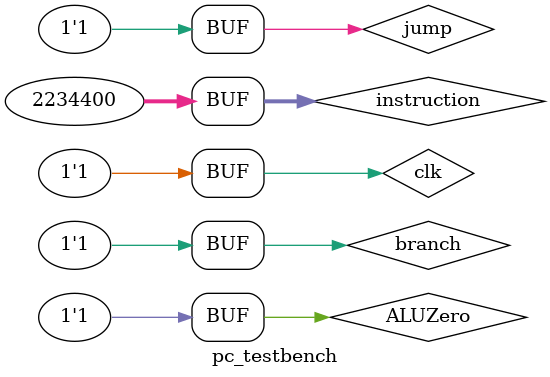
<source format=v>
module pc_testbench ();

reg branch,jump,clk,ALUZero;
reg [31:0] instruction;
wire [31:0] PC;

nextPC ProgramCounter(PC,branch,jump,instruction,ALUZero,clk);

initial begin
branch=1'b1; jump=1'b1; instruction=32'b00000000001000100001100000100000; ALUZero=32'b00000000000000000000000000000001; clk=1'b1;
#100
clk=0;
#100
clk=1;
end

initial begin
$monitor("PC=%32b",PC);
end

endmodule



</source>
